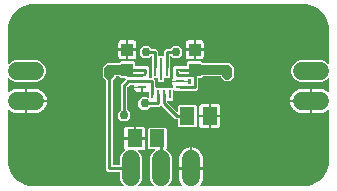
<source format=gbr>
G04 EAGLE Gerber X2 export*
%TF.Part,Single*%
%TF.FileFunction,Copper,L1,Top,Mixed*%
%TF.FilePolarity,Positive*%
%TF.GenerationSoftware,Autodesk,EAGLE,9.0.0*%
%TF.CreationDate,2018-04-26T19:48:34Z*%
G75*
%MOMM*%
%FSLAX34Y34*%
%LPD*%
%AMOC8*
5,1,8,0,0,1.08239X$1,22.5*%
G01*
%ADD10R,0.250000X0.800000*%
%ADD11R,0.800000X0.250000*%
%ADD12R,0.250000X1.900000*%
%ADD13R,0.250000X1.550000*%
%ADD14R,0.250000X0.600000*%
%ADD15R,1.000000X1.100000*%
%ADD16R,1.300000X1.500000*%
%ADD17C,1.524000*%
%ADD18C,0.254000*%
%ADD19C,0.812800*%
%ADD20C,0.756400*%

G36*
X209385Y137162D02*
X209385Y137162D01*
X209390Y137161D01*
X209483Y137181D01*
X209576Y137200D01*
X209580Y137203D01*
X209584Y137204D01*
X209662Y137259D01*
X209740Y137313D01*
X209742Y137316D01*
X209746Y137319D01*
X209796Y137400D01*
X209847Y137480D01*
X209848Y137485D01*
X209850Y137488D01*
X209864Y137582D01*
X209880Y137677D01*
X209879Y137681D01*
X209880Y137685D01*
X209856Y137777D01*
X209834Y137870D01*
X209832Y137873D01*
X209831Y137877D01*
X209734Y138013D01*
X208147Y139600D01*
X206755Y142961D01*
X206755Y149106D01*
X206754Y149114D01*
X206755Y149123D01*
X206734Y149211D01*
X206716Y149301D01*
X206711Y149308D01*
X206709Y149316D01*
X206655Y149389D01*
X206603Y149465D01*
X206596Y149469D01*
X206591Y149476D01*
X206513Y149523D01*
X206436Y149572D01*
X206427Y149573D01*
X206420Y149578D01*
X206256Y149605D01*
X196342Y149605D01*
X194705Y151242D01*
X194705Y226525D01*
X194703Y226535D01*
X194705Y226545D01*
X194684Y226632D01*
X194666Y226720D01*
X194660Y226728D01*
X194657Y226739D01*
X194604Y226810D01*
X194553Y226884D01*
X194544Y226889D01*
X194538Y226898D01*
X194397Y226986D01*
X194334Y227012D01*
X192762Y228584D01*
X192518Y229173D01*
X192510Y229185D01*
X192506Y229200D01*
X192410Y229335D01*
X192193Y229552D01*
X192193Y229858D01*
X192190Y229873D01*
X192192Y229887D01*
X192155Y230049D01*
X191911Y230638D01*
X191911Y237087D01*
X192762Y239141D01*
X194334Y240713D01*
X196388Y241564D01*
X205701Y241564D01*
X205709Y241565D01*
X205718Y241564D01*
X205806Y241585D01*
X205896Y241603D01*
X205903Y241608D01*
X205911Y241610D01*
X205984Y241664D01*
X206060Y241716D01*
X206064Y241723D01*
X206071Y241728D01*
X206118Y241806D01*
X206167Y241883D01*
X206168Y241892D01*
X206173Y241899D01*
X206200Y242063D01*
X206200Y242107D01*
X207093Y243000D01*
X218357Y243000D01*
X219250Y242107D01*
X219250Y239394D01*
X219251Y239386D01*
X219250Y239377D01*
X219271Y239289D01*
X219289Y239199D01*
X219294Y239192D01*
X219296Y239184D01*
X219350Y239111D01*
X219402Y239035D01*
X219409Y239031D01*
X219414Y239024D01*
X219492Y238977D01*
X219569Y238928D01*
X219578Y238927D01*
X219585Y238922D01*
X219749Y238895D01*
X229316Y238895D01*
X229434Y238875D01*
X229932Y238875D01*
X230825Y237982D01*
X230825Y237484D01*
X230827Y237472D01*
X230825Y237459D01*
X230845Y237384D01*
X230845Y232334D01*
X230825Y232216D01*
X230825Y229394D01*
X230826Y229386D01*
X230825Y229377D01*
X230846Y229289D01*
X230864Y229199D01*
X230869Y229192D01*
X230871Y229184D01*
X230925Y229111D01*
X230977Y229035D01*
X230984Y229031D01*
X230989Y229024D01*
X231067Y228977D01*
X231144Y228928D01*
X231153Y228927D01*
X231160Y228922D01*
X231324Y228895D01*
X233544Y228895D01*
X233548Y228896D01*
X233552Y228895D01*
X233645Y228915D01*
X233739Y228934D01*
X233742Y228937D01*
X233746Y228938D01*
X233824Y228993D01*
X233903Y229047D01*
X233905Y229050D01*
X233908Y229053D01*
X233958Y229134D01*
X234010Y229214D01*
X234010Y229219D01*
X234012Y229222D01*
X234027Y229316D01*
X234043Y229411D01*
X234042Y229415D01*
X234042Y229419D01*
X234019Y229511D01*
X233997Y229604D01*
X233994Y229607D01*
X233993Y229611D01*
X233897Y229747D01*
X233525Y230118D01*
X233525Y237116D01*
X233523Y237128D01*
X233525Y237140D01*
X233505Y237216D01*
X233505Y247020D01*
X233504Y247024D01*
X233505Y247028D01*
X233485Y247122D01*
X233466Y247215D01*
X233463Y247218D01*
X233462Y247223D01*
X233407Y247300D01*
X233353Y247379D01*
X233350Y247381D01*
X233347Y247385D01*
X233266Y247435D01*
X233186Y247486D01*
X233181Y247487D01*
X233178Y247489D01*
X233084Y247503D01*
X232989Y247519D01*
X232985Y247518D01*
X232981Y247519D01*
X232889Y247495D01*
X232796Y247473D01*
X232793Y247471D01*
X232789Y247470D01*
X232653Y247373D01*
X230798Y245518D01*
X226402Y245518D01*
X223293Y248627D01*
X223293Y253023D01*
X226402Y256132D01*
X230798Y256132D01*
X233164Y253766D01*
X233174Y253759D01*
X233182Y253749D01*
X233257Y253704D01*
X233330Y253656D01*
X233342Y253654D01*
X233353Y253647D01*
X233517Y253620D01*
X237458Y253620D01*
X239095Y251983D01*
X239095Y248274D01*
X239096Y248266D01*
X239095Y248257D01*
X239116Y248169D01*
X239134Y248079D01*
X239139Y248072D01*
X239141Y248064D01*
X239195Y247991D01*
X239247Y247915D01*
X239254Y247911D01*
X239259Y247904D01*
X239337Y247857D01*
X239414Y247808D01*
X239423Y247807D01*
X239430Y247802D01*
X239594Y247775D01*
X243006Y247775D01*
X243014Y247776D01*
X243023Y247775D01*
X243111Y247796D01*
X243201Y247814D01*
X243208Y247819D01*
X243216Y247821D01*
X243289Y247875D01*
X243365Y247927D01*
X243369Y247934D01*
X243376Y247939D01*
X243423Y248017D01*
X243472Y248094D01*
X243473Y248103D01*
X243478Y248110D01*
X243505Y248274D01*
X243505Y251983D01*
X245142Y253620D01*
X249083Y253620D01*
X249095Y253622D01*
X249108Y253620D01*
X249192Y253642D01*
X249278Y253659D01*
X249288Y253666D01*
X249301Y253670D01*
X249436Y253766D01*
X251802Y256132D01*
X256198Y256132D01*
X259307Y253023D01*
X259307Y248627D01*
X256198Y245518D01*
X251802Y245518D01*
X249947Y247373D01*
X249943Y247376D01*
X249941Y247379D01*
X249861Y247430D01*
X249781Y247483D01*
X249777Y247484D01*
X249774Y247486D01*
X249680Y247502D01*
X249586Y247519D01*
X249582Y247518D01*
X249577Y247519D01*
X249486Y247497D01*
X249392Y247477D01*
X249388Y247474D01*
X249384Y247473D01*
X249308Y247417D01*
X249229Y247361D01*
X249227Y247358D01*
X249224Y247355D01*
X249175Y247273D01*
X249125Y247192D01*
X249125Y247188D01*
X249122Y247184D01*
X249095Y247020D01*
X249095Y237234D01*
X249075Y237116D01*
X249075Y230118D01*
X248182Y229225D01*
X244574Y229225D01*
X244566Y229224D01*
X244557Y229225D01*
X244469Y229204D01*
X244379Y229186D01*
X244372Y229181D01*
X244364Y229179D01*
X244291Y229125D01*
X244215Y229073D01*
X244211Y229066D01*
X244204Y229061D01*
X244157Y228983D01*
X244108Y228906D01*
X244107Y228897D01*
X244102Y228890D01*
X244075Y228726D01*
X244075Y226618D01*
X243182Y225725D01*
X239418Y225725D01*
X238525Y226618D01*
X238525Y228726D01*
X238524Y228734D01*
X238525Y228743D01*
X238504Y228831D01*
X238486Y228921D01*
X238481Y228928D01*
X238479Y228936D01*
X238425Y229009D01*
X238373Y229085D01*
X238366Y229089D01*
X238361Y229096D01*
X238283Y229143D01*
X238206Y229192D01*
X238197Y229193D01*
X238190Y229198D01*
X238026Y229225D01*
X235832Y229225D01*
X235828Y229224D01*
X235824Y229225D01*
X235731Y229205D01*
X235637Y229186D01*
X235634Y229183D01*
X235630Y229182D01*
X235552Y229127D01*
X235474Y229073D01*
X235471Y229070D01*
X235468Y229067D01*
X235418Y228986D01*
X235367Y228906D01*
X235366Y228901D01*
X235364Y228898D01*
X235349Y228804D01*
X235333Y228709D01*
X235334Y228705D01*
X235334Y228701D01*
X235357Y228609D01*
X235379Y228516D01*
X235382Y228513D01*
X235383Y228509D01*
X235479Y228373D01*
X236595Y227258D01*
X236595Y221124D01*
X236596Y221116D01*
X236595Y221107D01*
X236616Y221019D01*
X236634Y220929D01*
X236639Y220922D01*
X236641Y220914D01*
X236695Y220841D01*
X236747Y220765D01*
X236754Y220761D01*
X236759Y220754D01*
X236837Y220707D01*
X236914Y220658D01*
X236923Y220657D01*
X236930Y220652D01*
X237094Y220625D01*
X240682Y220625D01*
X240947Y220359D01*
X240954Y220355D01*
X240959Y220348D01*
X241037Y220300D01*
X241113Y220250D01*
X241121Y220248D01*
X241128Y220244D01*
X241218Y220230D01*
X241308Y220213D01*
X241317Y220215D01*
X241325Y220214D01*
X241413Y220236D01*
X241502Y220256D01*
X241509Y220261D01*
X241517Y220263D01*
X241653Y220359D01*
X241918Y220625D01*
X245682Y220625D01*
X245947Y220359D01*
X245954Y220355D01*
X245959Y220348D01*
X246037Y220300D01*
X246113Y220250D01*
X246121Y220248D01*
X246128Y220244D01*
X246218Y220230D01*
X246308Y220213D01*
X246316Y220215D01*
X246325Y220214D01*
X246413Y220236D01*
X246502Y220256D01*
X246509Y220261D01*
X246517Y220263D01*
X246653Y220359D01*
X246918Y220625D01*
X250682Y220625D01*
X250923Y220383D01*
X250926Y220381D01*
X250929Y220377D01*
X251009Y220326D01*
X251089Y220273D01*
X251093Y220273D01*
X251096Y220270D01*
X251190Y220255D01*
X251284Y220237D01*
X251288Y220238D01*
X251293Y220237D01*
X251384Y220259D01*
X251478Y220280D01*
X251482Y220282D01*
X251486Y220283D01*
X251562Y220339D01*
X251641Y220395D01*
X251643Y220399D01*
X251646Y220401D01*
X251694Y220483D01*
X251745Y220564D01*
X251745Y220569D01*
X251748Y220572D01*
X251775Y220736D01*
X251775Y222575D01*
X251773Y222587D01*
X251775Y222600D01*
X251753Y222684D01*
X251736Y222770D01*
X251729Y222780D01*
X251725Y222792D01*
X251629Y222928D01*
X251267Y223290D01*
X250932Y223869D01*
X250759Y224516D01*
X250759Y225476D01*
X257175Y225476D01*
X257183Y225477D01*
X257191Y225476D01*
X257280Y225497D01*
X257288Y225499D01*
X257425Y225476D01*
X263841Y225476D01*
X263841Y224489D01*
X263838Y224450D01*
X263826Y224377D01*
X263832Y224352D01*
X263831Y224325D01*
X263855Y224256D01*
X263872Y224184D01*
X263888Y224163D01*
X263897Y224137D01*
X263947Y224083D01*
X263990Y224024D01*
X264013Y224010D01*
X264031Y223991D01*
X264098Y223960D01*
X264161Y223922D01*
X264190Y223917D01*
X264212Y223908D01*
X264255Y223907D01*
X264325Y223895D01*
X266581Y223895D01*
X266589Y223896D01*
X266598Y223895D01*
X266686Y223916D01*
X266776Y223934D01*
X266783Y223939D01*
X266791Y223941D01*
X266864Y223995D01*
X266940Y224047D01*
X266944Y224054D01*
X266951Y224059D01*
X266998Y224137D01*
X267047Y224214D01*
X267048Y224223D01*
X267053Y224230D01*
X267080Y224394D01*
X267080Y227806D01*
X267079Y227814D01*
X267080Y227823D01*
X267059Y227911D01*
X267041Y228001D01*
X267036Y228008D01*
X267034Y228016D01*
X266980Y228089D01*
X266928Y228165D01*
X266921Y228169D01*
X266916Y228176D01*
X266838Y228223D01*
X266761Y228272D01*
X266752Y228273D01*
X266745Y228278D01*
X266581Y228305D01*
X264325Y228305D01*
X264253Y228291D01*
X264180Y228284D01*
X264156Y228271D01*
X264130Y228266D01*
X264070Y228224D01*
X264005Y228189D01*
X263988Y228168D01*
X263966Y228153D01*
X263927Y228091D01*
X263881Y228034D01*
X263874Y228008D01*
X263859Y227986D01*
X263847Y227913D01*
X263827Y227842D01*
X263830Y227812D01*
X263826Y227789D01*
X263836Y227747D01*
X263841Y227699D01*
X263841Y226724D01*
X257425Y226724D01*
X257417Y226723D01*
X257409Y226724D01*
X257320Y226703D01*
X257312Y226701D01*
X257175Y226724D01*
X250759Y226724D01*
X250759Y227684D01*
X250932Y228331D01*
X251267Y228910D01*
X251629Y229272D01*
X251636Y229283D01*
X251646Y229290D01*
X251691Y229365D01*
X251739Y229438D01*
X251741Y229450D01*
X251748Y229461D01*
X251775Y229625D01*
X251775Y229716D01*
X251773Y229728D01*
X251775Y229741D01*
X251755Y229816D01*
X251755Y234916D01*
X251775Y235034D01*
X251775Y237982D01*
X252668Y238875D01*
X255916Y238875D01*
X255928Y238877D01*
X255941Y238875D01*
X256016Y238895D01*
X262851Y238895D01*
X262859Y238896D01*
X262868Y238895D01*
X262956Y238916D01*
X263046Y238934D01*
X263053Y238939D01*
X263061Y238941D01*
X263134Y238995D01*
X263210Y239047D01*
X263214Y239054D01*
X263221Y239059D01*
X263268Y239137D01*
X263317Y239214D01*
X263318Y239223D01*
X263323Y239230D01*
X263350Y239394D01*
X263350Y242107D01*
X264243Y243000D01*
X275507Y243000D01*
X276400Y242107D01*
X276400Y242063D01*
X276401Y242055D01*
X276400Y242046D01*
X276421Y241958D01*
X276439Y241868D01*
X276444Y241861D01*
X276446Y241853D01*
X276500Y241780D01*
X276552Y241704D01*
X276559Y241700D01*
X276564Y241693D01*
X276642Y241646D01*
X276719Y241597D01*
X276728Y241596D01*
X276735Y241591D01*
X276899Y241564D01*
X298612Y241564D01*
X300666Y240713D01*
X302238Y239141D01*
X303089Y237087D01*
X303089Y230638D01*
X302845Y230049D01*
X302842Y230035D01*
X302834Y230022D01*
X302807Y229858D01*
X302807Y229552D01*
X302590Y229335D01*
X302582Y229323D01*
X302570Y229314D01*
X302482Y229173D01*
X302238Y228584D01*
X300666Y227012D01*
X300603Y226986D01*
X300077Y226768D01*
X300065Y226760D01*
X300050Y226756D01*
X299915Y226660D01*
X299698Y226443D01*
X299392Y226443D01*
X299377Y226440D01*
X299363Y226442D01*
X299201Y226405D01*
X298612Y226161D01*
X296388Y226161D01*
X295799Y226405D01*
X295785Y226408D01*
X295772Y226416D01*
X295608Y226443D01*
X295302Y226443D01*
X295085Y226660D01*
X295073Y226668D01*
X295064Y226680D01*
X294923Y226768D01*
X294334Y227012D01*
X292762Y228584D01*
X292518Y229173D01*
X292510Y229185D01*
X292506Y229200D01*
X292410Y229335D01*
X292193Y229552D01*
X292193Y229858D01*
X292190Y229872D01*
X292192Y229887D01*
X292155Y230049D01*
X292143Y230078D01*
X292137Y230087D01*
X292135Y230097D01*
X292082Y230168D01*
X292032Y230243D01*
X292023Y230249D01*
X292017Y230257D01*
X291941Y230303D01*
X291866Y230351D01*
X291855Y230353D01*
X291846Y230359D01*
X291682Y230386D01*
X276899Y230386D01*
X276891Y230385D01*
X276882Y230386D01*
X276794Y230365D01*
X276704Y230347D01*
X276697Y230342D01*
X276689Y230340D01*
X276616Y230286D01*
X276540Y230234D01*
X276536Y230227D01*
X276529Y230222D01*
X276482Y230144D01*
X276433Y230067D01*
X276432Y230058D01*
X276427Y230051D01*
X276400Y229887D01*
X276400Y229843D01*
X275507Y228950D01*
X273169Y228950D01*
X273161Y228949D01*
X273152Y228950D01*
X273064Y228929D01*
X272974Y228911D01*
X272967Y228906D01*
X272959Y228904D01*
X272886Y228850D01*
X272810Y228798D01*
X272806Y228791D01*
X272799Y228786D01*
X272752Y228708D01*
X272703Y228631D01*
X272702Y228622D01*
X272697Y228615D01*
X272670Y228451D01*
X272670Y219942D01*
X271033Y218305D01*
X256034Y218305D01*
X255916Y218325D01*
X252668Y218325D01*
X252427Y218567D01*
X252424Y218569D01*
X252421Y218573D01*
X252341Y218624D01*
X252261Y218677D01*
X252257Y218677D01*
X252254Y218680D01*
X252160Y218695D01*
X252066Y218713D01*
X252062Y218712D01*
X252057Y218713D01*
X251966Y218691D01*
X251872Y218670D01*
X251868Y218668D01*
X251864Y218667D01*
X251788Y218611D01*
X251709Y218555D01*
X251707Y218551D01*
X251704Y218549D01*
X251656Y218467D01*
X251605Y218386D01*
X251605Y218381D01*
X251602Y218378D01*
X251575Y218214D01*
X251575Y210468D01*
X250682Y209575D01*
X247094Y209575D01*
X247086Y209574D01*
X247077Y209575D01*
X246989Y209554D01*
X246899Y209536D01*
X246892Y209531D01*
X246884Y209529D01*
X246811Y209475D01*
X246735Y209423D01*
X246731Y209416D01*
X246724Y209411D01*
X246677Y209333D01*
X246628Y209256D01*
X246627Y209247D01*
X246622Y209240D01*
X246595Y209076D01*
X246595Y208864D01*
X246597Y208852D01*
X246595Y208840D01*
X246617Y208755D01*
X246634Y208670D01*
X246641Y208659D01*
X246645Y208647D01*
X246741Y208511D01*
X254673Y200579D01*
X254677Y200577D01*
X254679Y200574D01*
X254759Y200522D01*
X254839Y200470D01*
X254843Y200469D01*
X254846Y200467D01*
X254940Y200451D01*
X255034Y200433D01*
X255038Y200434D01*
X255043Y200433D01*
X255134Y200455D01*
X255228Y200476D01*
X255232Y200478D01*
X255236Y200479D01*
X255312Y200535D01*
X255391Y200591D01*
X255393Y200595D01*
X255396Y200597D01*
X255445Y200679D01*
X255495Y200761D01*
X255495Y200765D01*
X255498Y200768D01*
X255525Y200932D01*
X255525Y204982D01*
X256418Y205875D01*
X270682Y205875D01*
X271575Y204982D01*
X271575Y188718D01*
X270682Y187825D01*
X256418Y187825D01*
X255525Y188718D01*
X255525Y193556D01*
X255524Y193564D01*
X255525Y193573D01*
X255504Y193661D01*
X255486Y193751D01*
X255481Y193758D01*
X255479Y193766D01*
X255425Y193839D01*
X255373Y193915D01*
X255366Y193919D01*
X255361Y193926D01*
X255283Y193973D01*
X255206Y194022D01*
X255197Y194023D01*
X255190Y194028D01*
X255026Y194055D01*
X253292Y194055D01*
X241653Y205695D01*
X241646Y205699D01*
X241641Y205706D01*
X241564Y205754D01*
X241487Y205804D01*
X241479Y205806D01*
X241472Y205810D01*
X241382Y205824D01*
X241292Y205841D01*
X241283Y205839D01*
X241275Y205840D01*
X241187Y205818D01*
X241098Y205798D01*
X241091Y205793D01*
X241083Y205791D01*
X240947Y205695D01*
X239958Y204705D01*
X232417Y204705D01*
X232405Y204703D01*
X232392Y204705D01*
X232308Y204683D01*
X232222Y204666D01*
X232212Y204659D01*
X232199Y204655D01*
X232064Y204559D01*
X229698Y202193D01*
X225302Y202193D01*
X222193Y205302D01*
X222193Y209698D01*
X225302Y212807D01*
X229698Y212807D01*
X230173Y212332D01*
X230176Y212330D01*
X230179Y212326D01*
X230259Y212275D01*
X230339Y212222D01*
X230343Y212221D01*
X230346Y212219D01*
X230440Y212203D01*
X230534Y212186D01*
X230538Y212187D01*
X230543Y212186D01*
X230634Y212208D01*
X230728Y212228D01*
X230732Y212231D01*
X230736Y212232D01*
X230812Y212288D01*
X230891Y212344D01*
X230893Y212347D01*
X230896Y212350D01*
X230944Y212431D01*
X230995Y212513D01*
X230995Y212517D01*
X230998Y212521D01*
X231025Y212685D01*
X231025Y213716D01*
X231023Y213728D01*
X231025Y213740D01*
X231005Y213816D01*
X231005Y217036D01*
X230997Y217074D01*
X230999Y217114D01*
X230978Y217171D01*
X230966Y217231D01*
X230943Y217263D01*
X230930Y217300D01*
X230888Y217344D01*
X230853Y217395D01*
X230820Y217416D01*
X230793Y217444D01*
X230737Y217469D01*
X230686Y217502D01*
X230647Y217508D01*
X230611Y217524D01*
X230550Y217525D01*
X230489Y217535D01*
X230451Y217526D01*
X230412Y217526D01*
X230339Y217499D01*
X230296Y217489D01*
X230291Y217485D01*
X229634Y217309D01*
X225924Y217309D01*
X225924Y220975D01*
X225923Y220983D01*
X225924Y220991D01*
X225903Y221080D01*
X225885Y221170D01*
X225880Y221177D01*
X225878Y221185D01*
X225824Y221258D01*
X225772Y221334D01*
X225765Y221338D01*
X225760Y221345D01*
X225682Y221391D01*
X225632Y221423D01*
X225630Y221427D01*
X225628Y221435D01*
X225574Y221508D01*
X225522Y221584D01*
X225515Y221588D01*
X225510Y221595D01*
X225432Y221642D01*
X225354Y221691D01*
X225346Y221692D01*
X225339Y221697D01*
X225175Y221724D01*
X218759Y221724D01*
X218759Y222711D01*
X218762Y222750D01*
X218774Y222823D01*
X218768Y222848D01*
X218769Y222875D01*
X218745Y222944D01*
X218728Y223016D01*
X218712Y223037D01*
X218703Y223063D01*
X218653Y223117D01*
X218610Y223176D01*
X218587Y223190D01*
X218569Y223209D01*
X218502Y223240D01*
X218439Y223278D01*
X218410Y223283D01*
X218388Y223292D01*
X218345Y223293D01*
X218275Y223305D01*
X214964Y223305D01*
X214952Y223303D01*
X214940Y223305D01*
X214855Y223283D01*
X214770Y223266D01*
X214759Y223259D01*
X214747Y223255D01*
X214611Y223159D01*
X212941Y221489D01*
X212934Y221478D01*
X212924Y221471D01*
X212879Y221396D01*
X212831Y221323D01*
X212829Y221310D01*
X212822Y221300D01*
X212795Y221136D01*
X212795Y202417D01*
X212797Y202405D01*
X212795Y202392D01*
X212817Y202308D01*
X212834Y202222D01*
X212841Y202212D01*
X212845Y202199D01*
X212941Y202064D01*
X215307Y199698D01*
X215307Y195302D01*
X212198Y192193D01*
X207802Y192193D01*
X204693Y195302D01*
X204693Y199698D01*
X207059Y202064D01*
X207066Y202074D01*
X207076Y202082D01*
X207121Y202157D01*
X207169Y202230D01*
X207171Y202242D01*
X207178Y202253D01*
X207205Y202417D01*
X207205Y223658D01*
X210659Y227111D01*
X210659Y227112D01*
X211357Y227809D01*
X211362Y227816D01*
X211369Y227821D01*
X211417Y227899D01*
X211467Y227975D01*
X211468Y227983D01*
X211473Y227991D01*
X211487Y228081D01*
X211503Y228171D01*
X211501Y228179D01*
X211503Y228187D01*
X211480Y228275D01*
X211460Y228365D01*
X211456Y228372D01*
X211454Y228380D01*
X211357Y228515D01*
X211069Y228804D01*
X211058Y228811D01*
X211051Y228821D01*
X210976Y228866D01*
X210903Y228914D01*
X210890Y228916D01*
X210880Y228923D01*
X210716Y228950D01*
X207093Y228950D01*
X206200Y229843D01*
X206200Y229887D01*
X206199Y229895D01*
X206200Y229904D01*
X206179Y229992D01*
X206161Y230082D01*
X206156Y230089D01*
X206154Y230097D01*
X206100Y230170D01*
X206048Y230246D01*
X206041Y230250D01*
X206036Y230257D01*
X205958Y230304D01*
X205881Y230353D01*
X205872Y230354D01*
X205865Y230359D01*
X205701Y230386D01*
X203318Y230386D01*
X203307Y230384D01*
X203297Y230386D01*
X203211Y230364D01*
X203123Y230347D01*
X203114Y230341D01*
X203104Y230338D01*
X203033Y230285D01*
X202959Y230234D01*
X202953Y230225D01*
X202945Y230219D01*
X202857Y230078D01*
X202845Y230049D01*
X202842Y230035D01*
X202834Y230022D01*
X202807Y229858D01*
X202807Y229552D01*
X202590Y229335D01*
X202582Y229323D01*
X202570Y229314D01*
X202482Y229173D01*
X202238Y228584D01*
X200666Y227012D01*
X200603Y226986D01*
X200594Y226980D01*
X200584Y226978D01*
X200512Y226925D01*
X200438Y226875D01*
X200432Y226866D01*
X200424Y226860D01*
X200379Y226783D01*
X200330Y226708D01*
X200328Y226698D01*
X200322Y226689D01*
X200295Y226525D01*
X200295Y155694D01*
X200296Y155686D01*
X200295Y155677D01*
X200316Y155589D01*
X200334Y155499D01*
X200339Y155492D01*
X200341Y155484D01*
X200395Y155411D01*
X200447Y155335D01*
X200454Y155331D01*
X200459Y155324D01*
X200537Y155277D01*
X200614Y155228D01*
X200623Y155227D01*
X200630Y155222D01*
X200794Y155195D01*
X206256Y155195D01*
X206264Y155196D01*
X206273Y155195D01*
X206361Y155216D01*
X206451Y155234D01*
X206458Y155239D01*
X206466Y155241D01*
X206539Y155295D01*
X206615Y155347D01*
X206619Y155354D01*
X206626Y155359D01*
X206673Y155437D01*
X206722Y155514D01*
X206723Y155523D01*
X206728Y155530D01*
X206755Y155694D01*
X206755Y161839D01*
X208147Y165200D01*
X210774Y167827D01*
X210779Y167834D01*
X210786Y167839D01*
X210833Y167916D01*
X210884Y167992D01*
X210885Y168001D01*
X210890Y168008D01*
X210903Y168098D01*
X210920Y168188D01*
X210918Y168196D01*
X210920Y168204D01*
X210897Y168293D01*
X210877Y168382D01*
X210873Y168389D01*
X210870Y168397D01*
X210774Y168533D01*
X210567Y168740D01*
X210232Y169319D01*
X210059Y169966D01*
X210059Y176801D01*
X218600Y176801D01*
X218608Y176802D01*
X218616Y176801D01*
X218705Y176822D01*
X218795Y176840D01*
X218802Y176845D01*
X218810Y176847D01*
X218883Y176901D01*
X218959Y176953D01*
X218963Y176960D01*
X218970Y176965D01*
X219016Y177043D01*
X219066Y177120D01*
X219067Y177129D01*
X219071Y177136D01*
X219099Y177300D01*
X219099Y177801D01*
X219101Y177801D01*
X219101Y177300D01*
X219103Y177292D01*
X219101Y177284D01*
X219122Y177195D01*
X219140Y177105D01*
X219145Y177098D01*
X219147Y177090D01*
X219201Y177017D01*
X219253Y176941D01*
X219260Y176937D01*
X219265Y176930D01*
X219343Y176884D01*
X219421Y176834D01*
X219429Y176833D01*
X219436Y176829D01*
X219600Y176801D01*
X228141Y176801D01*
X228141Y169966D01*
X227968Y169319D01*
X227633Y168740D01*
X227160Y168267D01*
X226581Y167932D01*
X225934Y167759D01*
X222299Y167759D01*
X222295Y167758D01*
X222290Y167759D01*
X222197Y167739D01*
X222104Y167720D01*
X222100Y167717D01*
X222096Y167716D01*
X222018Y167661D01*
X221940Y167607D01*
X221938Y167604D01*
X221934Y167601D01*
X221884Y167520D01*
X221833Y167440D01*
X221832Y167435D01*
X221830Y167432D01*
X221816Y167338D01*
X221800Y167243D01*
X221801Y167239D01*
X221800Y167235D01*
X221824Y167143D01*
X221846Y167050D01*
X221848Y167047D01*
X221849Y167043D01*
X221946Y166907D01*
X223653Y165200D01*
X225045Y161839D01*
X225045Y142961D01*
X223653Y139600D01*
X222066Y138013D01*
X222063Y138009D01*
X222060Y138007D01*
X222009Y137927D01*
X221956Y137847D01*
X221955Y137843D01*
X221953Y137840D01*
X221937Y137746D01*
X221919Y137652D01*
X221920Y137648D01*
X221920Y137643D01*
X221941Y137552D01*
X221962Y137458D01*
X221965Y137454D01*
X221966Y137450D01*
X222022Y137374D01*
X222077Y137295D01*
X222081Y137293D01*
X222084Y137290D01*
X222165Y137241D01*
X222247Y137191D01*
X222251Y137191D01*
X222255Y137188D01*
X222419Y137161D01*
X234781Y137161D01*
X234785Y137162D01*
X234790Y137161D01*
X234883Y137181D01*
X234976Y137200D01*
X234980Y137203D01*
X234984Y137204D01*
X235062Y137259D01*
X235140Y137313D01*
X235142Y137316D01*
X235146Y137319D01*
X235196Y137400D01*
X235247Y137480D01*
X235248Y137485D01*
X235250Y137488D01*
X235264Y137582D01*
X235280Y137677D01*
X235279Y137681D01*
X235280Y137685D01*
X235256Y137777D01*
X235234Y137870D01*
X235232Y137873D01*
X235231Y137877D01*
X235134Y138013D01*
X233547Y139600D01*
X232155Y142961D01*
X232155Y161839D01*
X233547Y165200D01*
X236120Y167773D01*
X236222Y167815D01*
X236224Y167816D01*
X236226Y167816D01*
X236305Y167871D01*
X236387Y167926D01*
X236388Y167928D01*
X236390Y167929D01*
X236441Y168009D01*
X236495Y168093D01*
X236496Y168095D01*
X236497Y168096D01*
X236513Y168191D01*
X236530Y168288D01*
X236530Y168290D01*
X236530Y168293D01*
X236508Y168386D01*
X236486Y168482D01*
X236484Y168484D01*
X236484Y168486D01*
X236427Y168563D01*
X236369Y168643D01*
X236367Y168644D01*
X236366Y168646D01*
X236283Y168695D01*
X236199Y168746D01*
X236197Y168746D01*
X236195Y168748D01*
X236031Y168775D01*
X230968Y168775D01*
X230075Y169668D01*
X230075Y185932D01*
X230968Y186825D01*
X245232Y186825D01*
X246125Y185932D01*
X246125Y169668D01*
X245417Y168960D01*
X245413Y168955D01*
X245408Y168951D01*
X245358Y168872D01*
X245307Y168794D01*
X245306Y168788D01*
X245302Y168783D01*
X245288Y168691D01*
X245270Y168599D01*
X245272Y168593D01*
X245271Y168587D01*
X245293Y168497D01*
X245313Y168405D01*
X245317Y168400D01*
X245318Y168393D01*
X245374Y168319D01*
X245428Y168243D01*
X245434Y168239D01*
X245438Y168234D01*
X245578Y168146D01*
X246480Y167773D01*
X249053Y165200D01*
X250445Y161839D01*
X250445Y142961D01*
X249053Y139600D01*
X247466Y138013D01*
X247463Y138009D01*
X247460Y138007D01*
X247409Y137927D01*
X247356Y137847D01*
X247355Y137843D01*
X247353Y137840D01*
X247337Y137746D01*
X247319Y137652D01*
X247320Y137648D01*
X247320Y137643D01*
X247341Y137552D01*
X247362Y137458D01*
X247365Y137454D01*
X247366Y137450D01*
X247422Y137374D01*
X247477Y137295D01*
X247481Y137293D01*
X247484Y137290D01*
X247565Y137241D01*
X247647Y137191D01*
X247651Y137191D01*
X247655Y137188D01*
X247819Y137161D01*
X258745Y137161D01*
X258749Y137162D01*
X258753Y137161D01*
X258846Y137181D01*
X258939Y137200D01*
X258943Y137203D01*
X258947Y137204D01*
X259024Y137259D01*
X259103Y137313D01*
X259106Y137316D01*
X259109Y137319D01*
X259159Y137400D01*
X259210Y137480D01*
X259211Y137485D01*
X259213Y137488D01*
X259228Y137583D01*
X259244Y137677D01*
X259243Y137681D01*
X259243Y137685D01*
X259219Y137778D01*
X259197Y137870D01*
X259195Y137873D01*
X259194Y137877D01*
X259098Y138013D01*
X258950Y138161D01*
X258010Y139455D01*
X257284Y140880D01*
X256789Y142401D01*
X256539Y143980D01*
X256539Y151401D01*
X266200Y151401D01*
X266208Y151402D01*
X266216Y151401D01*
X266305Y151422D01*
X266395Y151440D01*
X266402Y151445D01*
X266410Y151447D01*
X266483Y151501D01*
X266559Y151553D01*
X266563Y151560D01*
X266570Y151565D01*
X266616Y151643D01*
X266666Y151720D01*
X266667Y151729D01*
X266671Y151736D01*
X266699Y151900D01*
X266699Y152401D01*
X266701Y152401D01*
X266701Y151900D01*
X266703Y151892D01*
X266701Y151883D01*
X266722Y151795D01*
X266740Y151705D01*
X266745Y151698D01*
X266747Y151690D01*
X266801Y151617D01*
X266853Y151541D01*
X266860Y151537D01*
X266865Y151530D01*
X266943Y151483D01*
X267021Y151434D01*
X267029Y151433D01*
X267036Y151428D01*
X267200Y151401D01*
X276861Y151401D01*
X276861Y143980D01*
X276611Y142401D01*
X276116Y140880D01*
X275390Y139455D01*
X274450Y138161D01*
X274302Y138013D01*
X274300Y138009D01*
X274297Y138007D01*
X274245Y137926D01*
X274193Y137847D01*
X274192Y137843D01*
X274190Y137840D01*
X274174Y137746D01*
X274156Y137652D01*
X274157Y137648D01*
X274156Y137643D01*
X274178Y137551D01*
X274199Y137458D01*
X274202Y137454D01*
X274203Y137450D01*
X274259Y137374D01*
X274314Y137296D01*
X274318Y137293D01*
X274320Y137290D01*
X274402Y137242D01*
X274484Y137191D01*
X274488Y137191D01*
X274491Y137188D01*
X274655Y137161D01*
X361950Y137161D01*
X361964Y137164D01*
X361983Y137162D01*
X364735Y137342D01*
X364774Y137353D01*
X364832Y137358D01*
X370150Y138783D01*
X370190Y138803D01*
X370270Y138833D01*
X375038Y141586D01*
X375072Y141616D01*
X375142Y141665D01*
X379035Y145558D01*
X379060Y145596D01*
X379114Y145662D01*
X381867Y150430D01*
X381877Y150459D01*
X381878Y150461D01*
X381879Y150465D01*
X381881Y150472D01*
X381917Y150550D01*
X383342Y155868D01*
X383344Y155908D01*
X383358Y155965D01*
X383538Y158717D01*
X383536Y158732D01*
X383539Y158750D01*
X383539Y201595D01*
X383538Y201599D01*
X383539Y201603D01*
X383519Y201696D01*
X383500Y201789D01*
X383497Y201793D01*
X383496Y201797D01*
X383441Y201874D01*
X383387Y201953D01*
X383384Y201956D01*
X383381Y201959D01*
X383300Y202009D01*
X383220Y202060D01*
X383215Y202061D01*
X383212Y202063D01*
X383117Y202078D01*
X383023Y202094D01*
X383019Y202093D01*
X383015Y202093D01*
X382922Y202069D01*
X382830Y202047D01*
X382827Y202045D01*
X382823Y202044D01*
X382687Y201948D01*
X382539Y201800D01*
X381245Y200860D01*
X379820Y200134D01*
X378299Y199639D01*
X376720Y199389D01*
X369299Y199389D01*
X369299Y209050D01*
X369298Y209058D01*
X369299Y209066D01*
X369278Y209155D01*
X369260Y209245D01*
X369255Y209252D01*
X369253Y209260D01*
X369199Y209333D01*
X369147Y209409D01*
X369140Y209413D01*
X369135Y209420D01*
X369057Y209466D01*
X368980Y209516D01*
X368971Y209517D01*
X368964Y209521D01*
X368800Y209549D01*
X368299Y209549D01*
X368299Y209551D01*
X368800Y209551D01*
X368808Y209553D01*
X368816Y209551D01*
X368905Y209572D01*
X368995Y209590D01*
X369002Y209595D01*
X369010Y209597D01*
X369083Y209651D01*
X369159Y209703D01*
X369163Y209710D01*
X369170Y209715D01*
X369216Y209793D01*
X369266Y209871D01*
X369267Y209879D01*
X369271Y209886D01*
X369299Y210050D01*
X369299Y219711D01*
X376720Y219711D01*
X378299Y219461D01*
X379820Y218966D01*
X381245Y218240D01*
X382539Y217300D01*
X382687Y217152D01*
X382691Y217150D01*
X382693Y217147D01*
X382773Y217095D01*
X382853Y217043D01*
X382857Y217042D01*
X382860Y217040D01*
X382954Y217024D01*
X383048Y217006D01*
X383052Y217007D01*
X383057Y217006D01*
X383149Y217028D01*
X383242Y217049D01*
X383246Y217052D01*
X383250Y217053D01*
X383326Y217109D01*
X383404Y217164D01*
X383407Y217168D01*
X383410Y217170D01*
X383458Y217251D01*
X383509Y217334D01*
X383509Y217338D01*
X383512Y217341D01*
X383539Y217505D01*
X383539Y228431D01*
X383538Y228435D01*
X383539Y228440D01*
X383519Y228533D01*
X383500Y228626D01*
X383497Y228630D01*
X383496Y228634D01*
X383441Y228712D01*
X383387Y228790D01*
X383384Y228792D01*
X383381Y228796D01*
X383300Y228846D01*
X383220Y228897D01*
X383215Y228898D01*
X383212Y228900D01*
X383118Y228914D01*
X383023Y228930D01*
X383019Y228929D01*
X383015Y228930D01*
X382923Y228906D01*
X382830Y228884D01*
X382827Y228882D01*
X382823Y228881D01*
X382687Y228784D01*
X381100Y227197D01*
X377739Y225805D01*
X358861Y225805D01*
X355500Y227197D01*
X352927Y229770D01*
X351535Y233131D01*
X351535Y236769D01*
X352927Y240130D01*
X355500Y242703D01*
X358861Y244095D01*
X377739Y244095D01*
X381100Y242703D01*
X382687Y241116D01*
X382691Y241113D01*
X382693Y241110D01*
X382773Y241059D01*
X382853Y241006D01*
X382857Y241005D01*
X382860Y241003D01*
X382954Y240987D01*
X383048Y240969D01*
X383052Y240970D01*
X383057Y240970D01*
X383148Y240991D01*
X383242Y241012D01*
X383246Y241015D01*
X383250Y241016D01*
X383326Y241072D01*
X383405Y241127D01*
X383407Y241131D01*
X383410Y241134D01*
X383458Y241215D01*
X383509Y241297D01*
X383509Y241301D01*
X383512Y241305D01*
X383539Y241469D01*
X383539Y269875D01*
X383536Y269889D01*
X383538Y269908D01*
X383358Y272660D01*
X383347Y272699D01*
X383342Y272757D01*
X381917Y278075D01*
X381897Y278115D01*
X381895Y278121D01*
X381886Y278159D01*
X381875Y278173D01*
X381867Y278195D01*
X379114Y282963D01*
X379084Y282997D01*
X379035Y283067D01*
X375142Y286960D01*
X375104Y286985D01*
X375038Y287039D01*
X370270Y289792D01*
X370228Y289806D01*
X370150Y289842D01*
X364832Y291267D01*
X364792Y291269D01*
X364735Y291283D01*
X361983Y291463D01*
X361968Y291461D01*
X361950Y291464D01*
X133350Y291464D01*
X133335Y291461D01*
X133317Y291463D01*
X130565Y291283D01*
X130526Y291272D01*
X130468Y291267D01*
X125150Y289842D01*
X125110Y289822D01*
X125030Y289792D01*
X120262Y287039D01*
X120228Y287009D01*
X120158Y286960D01*
X116265Y283067D01*
X116240Y283029D01*
X116186Y282963D01*
X113433Y278195D01*
X113421Y278159D01*
X113401Y278129D01*
X113398Y278107D01*
X113383Y278075D01*
X111958Y272757D01*
X111956Y272717D01*
X111942Y272660D01*
X111762Y269908D01*
X111764Y269893D01*
X111761Y269875D01*
X111761Y241469D01*
X111762Y241465D01*
X111761Y241460D01*
X111781Y241367D01*
X111800Y241274D01*
X111803Y241270D01*
X111804Y241266D01*
X111859Y241188D01*
X111913Y241110D01*
X111916Y241108D01*
X111919Y241104D01*
X112000Y241054D01*
X112080Y241003D01*
X112085Y241002D01*
X112088Y241000D01*
X112182Y240986D01*
X112277Y240970D01*
X112281Y240971D01*
X112285Y240970D01*
X112377Y240994D01*
X112470Y241016D01*
X112473Y241018D01*
X112477Y241019D01*
X112613Y241116D01*
X114200Y242703D01*
X117561Y244095D01*
X136439Y244095D01*
X139800Y242703D01*
X142373Y240130D01*
X143765Y236769D01*
X143765Y233131D01*
X142373Y229770D01*
X139800Y227197D01*
X136439Y225805D01*
X117561Y225805D01*
X114200Y227197D01*
X112613Y228784D01*
X112609Y228787D01*
X112607Y228790D01*
X112527Y228841D01*
X112447Y228894D01*
X112443Y228895D01*
X112440Y228897D01*
X112346Y228913D01*
X112252Y228931D01*
X112248Y228930D01*
X112243Y228930D01*
X112152Y228909D01*
X112058Y228888D01*
X112054Y228885D01*
X112050Y228884D01*
X111974Y228828D01*
X111895Y228773D01*
X111893Y228769D01*
X111890Y228766D01*
X111841Y228685D01*
X111791Y228603D01*
X111791Y228599D01*
X111788Y228595D01*
X111761Y228431D01*
X111761Y217505D01*
X111762Y217501D01*
X111761Y217497D01*
X111781Y217404D01*
X111800Y217311D01*
X111803Y217307D01*
X111804Y217303D01*
X111859Y217226D01*
X111913Y217147D01*
X111916Y217144D01*
X111919Y217141D01*
X112000Y217091D01*
X112080Y217040D01*
X112085Y217039D01*
X112088Y217037D01*
X112183Y217022D01*
X112277Y217006D01*
X112281Y217007D01*
X112285Y217007D01*
X112378Y217031D01*
X112470Y217053D01*
X112473Y217055D01*
X112477Y217056D01*
X112613Y217152D01*
X112761Y217300D01*
X114055Y218240D01*
X115480Y218966D01*
X117001Y219461D01*
X118580Y219711D01*
X126001Y219711D01*
X126001Y210050D01*
X126002Y210042D01*
X126001Y210035D01*
X126001Y210034D01*
X126022Y209945D01*
X126040Y209855D01*
X126045Y209848D01*
X126047Y209840D01*
X126101Y209767D01*
X126153Y209691D01*
X126160Y209687D01*
X126165Y209680D01*
X126243Y209634D01*
X126320Y209584D01*
X126329Y209583D01*
X126336Y209579D01*
X126500Y209551D01*
X127001Y209551D01*
X127001Y209549D01*
X126500Y209549D01*
X126492Y209547D01*
X126483Y209549D01*
X126395Y209528D01*
X126305Y209510D01*
X126298Y209505D01*
X126290Y209503D01*
X126217Y209449D01*
X126141Y209397D01*
X126137Y209390D01*
X126130Y209385D01*
X126083Y209307D01*
X126034Y209229D01*
X126033Y209221D01*
X126028Y209214D01*
X126001Y209050D01*
X126001Y199389D01*
X118580Y199389D01*
X117001Y199639D01*
X115480Y200134D01*
X114055Y200860D01*
X112761Y201800D01*
X112613Y201948D01*
X112609Y201950D01*
X112607Y201953D01*
X112527Y202005D01*
X112447Y202057D01*
X112443Y202058D01*
X112440Y202060D01*
X112346Y202076D01*
X112252Y202094D01*
X112248Y202093D01*
X112243Y202094D01*
X112151Y202072D01*
X112058Y202051D01*
X112054Y202048D01*
X112050Y202047D01*
X111974Y201991D01*
X111896Y201936D01*
X111893Y201932D01*
X111890Y201930D01*
X111842Y201848D01*
X111791Y201766D01*
X111791Y201762D01*
X111788Y201759D01*
X111761Y201595D01*
X111761Y158750D01*
X111764Y158736D01*
X111762Y158717D01*
X111942Y155965D01*
X111953Y155926D01*
X111958Y155868D01*
X113383Y150550D01*
X113403Y150510D01*
X113433Y150430D01*
X116186Y145662D01*
X116216Y145628D01*
X116265Y145558D01*
X120158Y141665D01*
X120196Y141640D01*
X120262Y141586D01*
X125030Y138833D01*
X125072Y138819D01*
X125150Y138783D01*
X130468Y137358D01*
X130508Y137356D01*
X130565Y137342D01*
X133317Y137162D01*
X133332Y137164D01*
X133350Y137161D01*
X209381Y137161D01*
X209385Y137162D01*
G37*
%LPC*%
G36*
X267699Y153399D02*
X267699Y153399D01*
X267699Y170149D01*
X269079Y169931D01*
X270600Y169436D01*
X272025Y168710D01*
X273319Y167770D01*
X274450Y166639D01*
X275390Y165345D01*
X276116Y163920D01*
X276611Y162399D01*
X276861Y160820D01*
X276861Y153399D01*
X267699Y153399D01*
G37*
%LPD*%
%LPC*%
G36*
X127999Y210549D02*
X127999Y210549D01*
X127999Y219711D01*
X135420Y219711D01*
X136999Y219461D01*
X138520Y218966D01*
X139945Y218240D01*
X141239Y217300D01*
X142370Y216169D01*
X143310Y214875D01*
X144036Y213450D01*
X144531Y211929D01*
X144749Y210549D01*
X127999Y210549D01*
G37*
%LPD*%
%LPC*%
G36*
X350551Y210549D02*
X350551Y210549D01*
X350769Y211929D01*
X351264Y213450D01*
X351990Y214875D01*
X352930Y216169D01*
X354061Y217300D01*
X355355Y218240D01*
X356780Y218966D01*
X358301Y219461D01*
X359880Y219711D01*
X367301Y219711D01*
X367301Y210549D01*
X350551Y210549D01*
G37*
%LPD*%
%LPC*%
G36*
X256539Y153399D02*
X256539Y153399D01*
X256539Y160820D01*
X256789Y162399D01*
X257284Y163920D01*
X258010Y165345D01*
X258950Y166639D01*
X260081Y167770D01*
X261375Y168710D01*
X262800Y169436D01*
X264321Y169931D01*
X265701Y170149D01*
X265701Y153399D01*
X256539Y153399D01*
G37*
%LPD*%
%LPC*%
G36*
X127999Y199389D02*
X127999Y199389D01*
X127999Y208551D01*
X144749Y208551D01*
X144531Y207171D01*
X144036Y205650D01*
X143310Y204225D01*
X142370Y202931D01*
X141239Y201800D01*
X139945Y200860D01*
X138520Y200134D01*
X136999Y199639D01*
X135420Y199389D01*
X127999Y199389D01*
G37*
%LPD*%
%LPC*%
G36*
X359880Y199389D02*
X359880Y199389D01*
X358301Y199639D01*
X356780Y200134D01*
X355355Y200860D01*
X354061Y201800D01*
X352930Y202931D01*
X351990Y204225D01*
X351264Y205650D01*
X350769Y207171D01*
X350551Y208551D01*
X367301Y208551D01*
X367301Y199389D01*
X359880Y199389D01*
G37*
%LPD*%
%LPC*%
G36*
X283549Y197849D02*
X283549Y197849D01*
X283549Y206891D01*
X289384Y206891D01*
X290031Y206718D01*
X290610Y206383D01*
X291083Y205910D01*
X291418Y205331D01*
X291591Y204684D01*
X291591Y197849D01*
X283549Y197849D01*
G37*
%LPD*%
%LPC*%
G36*
X220099Y178799D02*
X220099Y178799D01*
X220099Y187841D01*
X225934Y187841D01*
X226581Y187668D01*
X227160Y187333D01*
X227633Y186860D01*
X227968Y186281D01*
X228141Y185634D01*
X228141Y178799D01*
X220099Y178799D01*
G37*
%LPD*%
%LPC*%
G36*
X273509Y197849D02*
X273509Y197849D01*
X273509Y204684D01*
X273682Y205331D01*
X274017Y205910D01*
X274490Y206383D01*
X275069Y206718D01*
X275716Y206891D01*
X281551Y206891D01*
X281551Y197849D01*
X273509Y197849D01*
G37*
%LPD*%
%LPC*%
G36*
X210059Y178799D02*
X210059Y178799D01*
X210059Y185634D01*
X210232Y186281D01*
X210567Y186860D01*
X211040Y187333D01*
X211619Y187668D01*
X212266Y187841D01*
X218101Y187841D01*
X218101Y178799D01*
X210059Y178799D01*
G37*
%LPD*%
%LPC*%
G36*
X283549Y186809D02*
X283549Y186809D01*
X283549Y195851D01*
X291591Y195851D01*
X291591Y189016D01*
X291418Y188369D01*
X291083Y187790D01*
X290610Y187317D01*
X290031Y186982D01*
X289384Y186809D01*
X283549Y186809D01*
G37*
%LPD*%
%LPC*%
G36*
X275716Y186809D02*
X275716Y186809D01*
X275069Y186982D01*
X274490Y187317D01*
X274017Y187790D01*
X273682Y188369D01*
X273509Y189016D01*
X273509Y195851D01*
X281551Y195851D01*
X281551Y186809D01*
X275716Y186809D01*
G37*
%LPD*%
%LPC*%
G36*
X270874Y253974D02*
X270874Y253974D01*
X270874Y261016D01*
X275209Y261016D01*
X275856Y260843D01*
X276435Y260508D01*
X276908Y260035D01*
X277243Y259456D01*
X277416Y258809D01*
X277416Y253974D01*
X270874Y253974D01*
G37*
%LPD*%
%LPC*%
G36*
X213724Y253974D02*
X213724Y253974D01*
X213724Y261016D01*
X218059Y261016D01*
X218706Y260843D01*
X219285Y260508D01*
X219758Y260035D01*
X220093Y259456D01*
X220266Y258809D01*
X220266Y253974D01*
X213724Y253974D01*
G37*
%LPD*%
%LPC*%
G36*
X262334Y253974D02*
X262334Y253974D01*
X262334Y258809D01*
X262507Y259456D01*
X262842Y260035D01*
X263315Y260508D01*
X263894Y260843D01*
X264541Y261016D01*
X268876Y261016D01*
X268876Y253974D01*
X262334Y253974D01*
G37*
%LPD*%
%LPC*%
G36*
X205184Y253974D02*
X205184Y253974D01*
X205184Y258809D01*
X205357Y259456D01*
X205692Y260035D01*
X206165Y260508D01*
X206744Y260843D01*
X207391Y261016D01*
X211726Y261016D01*
X211726Y253974D01*
X205184Y253974D01*
G37*
%LPD*%
%LPC*%
G36*
X270874Y244934D02*
X270874Y244934D01*
X270874Y251976D01*
X277416Y251976D01*
X277416Y247141D01*
X277243Y246494D01*
X276908Y245915D01*
X276435Y245442D01*
X275856Y245107D01*
X275209Y244934D01*
X270874Y244934D01*
G37*
%LPD*%
%LPC*%
G36*
X213724Y244934D02*
X213724Y244934D01*
X213724Y251976D01*
X220266Y251976D01*
X220266Y247141D01*
X220093Y246494D01*
X219758Y245915D01*
X219285Y245442D01*
X218706Y245107D01*
X218059Y244934D01*
X213724Y244934D01*
G37*
%LPD*%
%LPC*%
G36*
X264541Y244934D02*
X264541Y244934D01*
X263894Y245107D01*
X263315Y245442D01*
X262842Y245915D01*
X262507Y246494D01*
X262334Y247141D01*
X262334Y251976D01*
X268876Y251976D01*
X268876Y244934D01*
X264541Y244934D01*
G37*
%LPD*%
%LPC*%
G36*
X207391Y244934D02*
X207391Y244934D01*
X206744Y245107D01*
X206165Y245442D01*
X205692Y245915D01*
X205357Y246494D01*
X205184Y247141D01*
X205184Y251976D01*
X211726Y251976D01*
X211726Y244934D01*
X207391Y244934D01*
G37*
%LPD*%
%LPC*%
G36*
X220966Y217309D02*
X220966Y217309D01*
X220319Y217482D01*
X219740Y217817D01*
X219267Y218290D01*
X218932Y218869D01*
X218759Y219516D01*
X218759Y220476D01*
X224676Y220476D01*
X224676Y217309D01*
X220966Y217309D01*
G37*
%LPD*%
%LPC*%
G36*
X269874Y252974D02*
X269874Y252974D01*
X269874Y252976D01*
X269876Y252976D01*
X269876Y252974D01*
X269874Y252974D01*
G37*
%LPD*%
%LPC*%
G36*
X212724Y252974D02*
X212724Y252974D01*
X212724Y252976D01*
X212726Y252976D01*
X212726Y252974D01*
X212724Y252974D01*
G37*
%LPD*%
%LPC*%
G36*
X282549Y196849D02*
X282549Y196849D01*
X282549Y196851D01*
X282551Y196851D01*
X282551Y196849D01*
X282549Y196849D01*
G37*
%LPD*%
D10*
X243800Y215100D03*
X248800Y215100D03*
X233800Y215100D03*
X238800Y215100D03*
D11*
X225300Y221100D03*
X225300Y226100D03*
X225300Y231100D03*
X225300Y236100D03*
X257300Y221100D03*
X257300Y226100D03*
X257300Y231100D03*
X257300Y236100D03*
D12*
X241300Y236750D03*
D13*
X236300Y238500D03*
D14*
X228050Y233600D03*
D13*
X246300Y238500D03*
D14*
X254550Y233650D03*
D15*
X212725Y252975D03*
X212725Y235975D03*
X269875Y252975D03*
X269875Y235975D03*
D16*
X282550Y196850D03*
X263550Y196850D03*
D17*
X134620Y209550D02*
X119380Y209550D01*
X119380Y234950D02*
X134620Y234950D01*
X360680Y209550D02*
X375920Y209550D01*
X375920Y234950D02*
X360680Y234950D01*
X215900Y160020D02*
X215900Y144780D01*
X241300Y144780D02*
X241300Y160020D01*
X266700Y160020D02*
X266700Y144780D01*
D16*
X219100Y177800D03*
X238100Y177800D03*
D18*
X225300Y236100D02*
X212850Y236100D01*
X212725Y235975D01*
X212725Y231100D02*
X225300Y231100D01*
X212725Y231100D02*
X212725Y235975D01*
X228050Y236100D02*
X228050Y233600D01*
X228050Y236100D02*
X225300Y236100D01*
D19*
X212725Y235975D02*
X197500Y235975D01*
X197500Y231750D01*
D20*
X197500Y231750D03*
D18*
X197500Y152400D01*
X215900Y152400D01*
X257300Y231100D02*
X269875Y231100D01*
X269875Y236100D02*
X257300Y236100D01*
X269875Y236100D02*
X269875Y235975D01*
X254550Y233650D02*
X254550Y231100D01*
X257300Y231100D01*
X257300Y221100D02*
X269875Y221100D01*
X269875Y231100D01*
X269875Y235975D01*
D19*
X297500Y235975D01*
X297500Y231750D01*
D20*
X297500Y231750D03*
D18*
X238800Y215100D02*
X238800Y207500D01*
X227500Y207500D01*
D20*
X227500Y207500D03*
D18*
X243800Y207500D02*
X243800Y215100D01*
X254450Y196850D02*
X263550Y196850D01*
X254450Y196850D02*
X243800Y207500D01*
D20*
X228600Y250825D03*
D18*
X236300Y250825D01*
X236300Y238500D01*
D20*
X254000Y250825D03*
D18*
X246300Y250825D01*
X246300Y238500D01*
X233800Y226100D02*
X225300Y226100D01*
X233800Y226100D02*
X233800Y215100D01*
D20*
X210000Y197500D03*
D18*
X210000Y222500D01*
X213600Y226100D01*
X225300Y226100D01*
X241300Y174600D02*
X241300Y152400D01*
X241300Y174600D02*
X238100Y177800D01*
M02*

</source>
